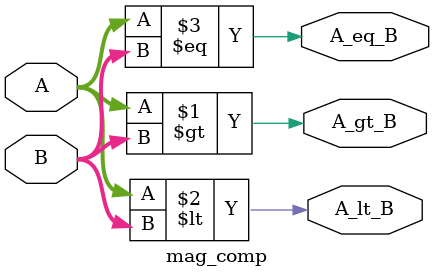
<source format=v>
`timescale 1ns/1ps

module mag_comp (
    input [3:0] A, B,
    output A_gt_B, A_lt_B, A_eq_B
);
    assign A_gt_B = (A > B);
    assign A_lt_B = (A < B);
    assign A_eq_B = (A == B);
endmodule

</source>
